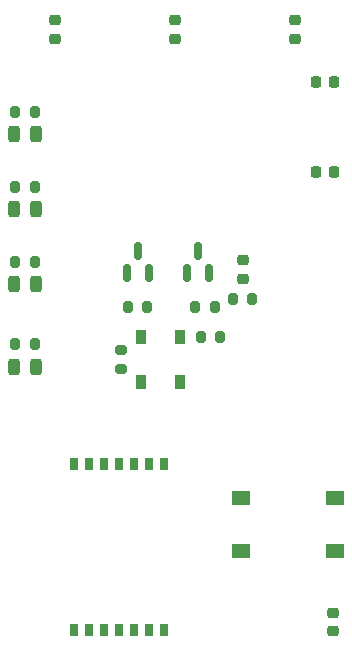
<source format=gbr>
%TF.GenerationSoftware,KiCad,Pcbnew,6.0.2-378541a8eb~116~ubuntu20.04.1*%
%TF.CreationDate,2022-02-27T19:25:48+01:00*%
%TF.ProjectId,unfancyRemote,756e6661-6e63-4795-9265-6d6f74652e6b,rev?*%
%TF.SameCoordinates,Original*%
%TF.FileFunction,Paste,Top*%
%TF.FilePolarity,Positive*%
%FSLAX46Y46*%
G04 Gerber Fmt 4.6, Leading zero omitted, Abs format (unit mm)*
G04 Created by KiCad (PCBNEW 6.0.2-378541a8eb~116~ubuntu20.04.1) date 2022-02-27 19:25:48*
%MOMM*%
%LPD*%
G01*
G04 APERTURE LIST*
G04 Aperture macros list*
%AMRoundRect*
0 Rectangle with rounded corners*
0 $1 Rounding radius*
0 $2 $3 $4 $5 $6 $7 $8 $9 X,Y pos of 4 corners*
0 Add a 4 corners polygon primitive as box body*
4,1,4,$2,$3,$4,$5,$6,$7,$8,$9,$2,$3,0*
0 Add four circle primitives for the rounded corners*
1,1,$1+$1,$2,$3*
1,1,$1+$1,$4,$5*
1,1,$1+$1,$6,$7*
1,1,$1+$1,$8,$9*
0 Add four rect primitives between the rounded corners*
20,1,$1+$1,$2,$3,$4,$5,0*
20,1,$1+$1,$4,$5,$6,$7,0*
20,1,$1+$1,$6,$7,$8,$9,0*
20,1,$1+$1,$8,$9,$2,$3,0*%
G04 Aperture macros list end*
%ADD10RoundRect,0.200000X-0.200000X-0.275000X0.200000X-0.275000X0.200000X0.275000X-0.200000X0.275000X0*%
%ADD11RoundRect,0.200000X-0.275000X0.200000X-0.275000X-0.200000X0.275000X-0.200000X0.275000X0.200000X0*%
%ADD12RoundRect,0.200000X0.200000X0.275000X-0.200000X0.275000X-0.200000X-0.275000X0.200000X-0.275000X0*%
%ADD13RoundRect,0.225000X0.250000X-0.225000X0.250000X0.225000X-0.250000X0.225000X-0.250000X-0.225000X0*%
%ADD14RoundRect,0.225000X-0.250000X0.225000X-0.250000X-0.225000X0.250000X-0.225000X0.250000X0.225000X0*%
%ADD15RoundRect,0.225000X-0.225000X-0.250000X0.225000X-0.250000X0.225000X0.250000X-0.225000X0.250000X0*%
%ADD16RoundRect,0.243750X0.243750X0.456250X-0.243750X0.456250X-0.243750X-0.456250X0.243750X-0.456250X0*%
%ADD17R,0.800000X1.000000*%
%ADD18R,0.900000X1.200000*%
%ADD19RoundRect,0.150000X0.150000X-0.587500X0.150000X0.587500X-0.150000X0.587500X-0.150000X-0.587500X0*%
%ADD20R,1.550000X1.300000*%
G04 APERTURE END LIST*
D10*
%TO.C,R10*%
X119825000Y-94615000D03*
X121475000Y-94615000D03*
%TD*%
%TO.C,R9*%
X119825000Y-87630000D03*
X121475000Y-87630000D03*
%TD*%
%TO.C,R8*%
X119825000Y-81280000D03*
X121475000Y-81280000D03*
%TD*%
%TO.C,R7*%
X119825000Y-74930000D03*
X121475000Y-74930000D03*
%TD*%
D11*
%TO.C,R6*%
X128731250Y-95060000D03*
X128731250Y-96710000D03*
%TD*%
D10*
%TO.C,R5*%
X129350000Y-91440000D03*
X131000000Y-91440000D03*
%TD*%
D12*
%TO.C,R3*%
X137176250Y-93980000D03*
X135526250Y-93980000D03*
%TD*%
%TO.C,R2*%
X135065000Y-91440000D03*
X136715000Y-91440000D03*
%TD*%
%TO.C,R1*%
X139890000Y-90805000D03*
X138240000Y-90805000D03*
%TD*%
D13*
%TO.C,C7*%
X139065000Y-89040000D03*
X139065000Y-87490000D03*
%TD*%
D14*
%TO.C,C6*%
X146685000Y-117335000D03*
X146685000Y-118885000D03*
%TD*%
%TO.C,C5*%
X123190000Y-67170000D03*
X123190000Y-68720000D03*
%TD*%
D15*
%TO.C,C4*%
X145275000Y-72390000D03*
X146825000Y-72390000D03*
%TD*%
%TO.C,C3*%
X145275000Y-80010000D03*
X146825000Y-80010000D03*
%TD*%
D14*
%TO.C,C2*%
X143510000Y-67170000D03*
X143510000Y-68720000D03*
%TD*%
%TO.C,C1*%
X133350000Y-67170000D03*
X133350000Y-68720000D03*
%TD*%
D16*
%TO.C,D3*%
X121587500Y-76835000D03*
X119712500Y-76835000D03*
%TD*%
D17*
%TO.C,U1*%
X132397500Y-104760000D03*
X131127500Y-104760000D03*
X129857500Y-104760000D03*
X128587500Y-104760000D03*
X127317500Y-104760000D03*
X126047500Y-104760000D03*
X124777500Y-104760000D03*
X124777500Y-118760000D03*
X126047500Y-118760000D03*
X127317500Y-118760000D03*
X128587500Y-118760000D03*
X129857500Y-118760000D03*
X131127500Y-118760000D03*
X132397500Y-118760000D03*
%TD*%
D18*
%TO.C,D1*%
X130430000Y-93980000D03*
X133730000Y-93980000D03*
%TD*%
D16*
%TO.C,D4*%
X121587500Y-83185000D03*
X119712500Y-83185000D03*
%TD*%
D19*
%TO.C,Q1*%
X134305000Y-88567500D03*
X136205000Y-88567500D03*
X135255000Y-86692500D03*
%TD*%
D18*
%TO.C,D2*%
X130430000Y-97790000D03*
X133730000Y-97790000D03*
%TD*%
D16*
%TO.C,D6*%
X121587500Y-96520000D03*
X119712500Y-96520000D03*
%TD*%
D19*
%TO.C,Q2*%
X129225000Y-88567500D03*
X131125000Y-88567500D03*
X130175000Y-86692500D03*
%TD*%
D16*
%TO.C,D5*%
X121587500Y-89535000D03*
X119712500Y-89535000D03*
%TD*%
D20*
%TO.C,SW1*%
X138895000Y-107605000D03*
X146855000Y-107605000D03*
X138895000Y-112105000D03*
X146855000Y-112105000D03*
%TD*%
M02*

</source>
